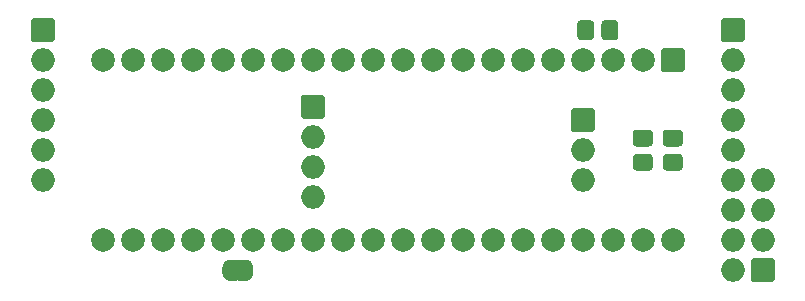
<source format=gbr>
%TF.GenerationSoftware,KiCad,Pcbnew,(5.1.9)-1*%
%TF.CreationDate,2021-04-08T22:41:19+01:00*%
%TF.ProjectId,FF OSD Adapter,4646204f-5344-4204-9164-61707465722e,rev?*%
%TF.SameCoordinates,Original*%
%TF.FileFunction,Soldermask,Bot*%
%TF.FilePolarity,Negative*%
%FSLAX46Y46*%
G04 Gerber Fmt 4.6, Leading zero omitted, Abs format (unit mm)*
G04 Created by KiCad (PCBNEW (5.1.9)-1) date 2021-04-08 22:41:19*
%MOMM*%
%LPD*%
G01*
G04 APERTURE LIST*
%ADD10O,2.000000X2.000000*%
%ADD11C,0.100000*%
%ADD12C,2.000000*%
G04 APERTURE END LIST*
D10*
%TO.C,CN4*%
X177800000Y-104140000D03*
X177800000Y-106680000D03*
X177800000Y-109220000D03*
G36*
G01*
X178800000Y-110910000D02*
X178800000Y-112610000D01*
G75*
G02*
X178650000Y-112760000I-150000J0D01*
G01*
X176950000Y-112760000D01*
G75*
G02*
X176800000Y-112610000I0J150000D01*
G01*
X176800000Y-110910000D01*
G75*
G02*
X176950000Y-110760000I150000J0D01*
G01*
X178650000Y-110760000D01*
G75*
G02*
X178800000Y-110910000I0J-150000D01*
G01*
G37*
%TD*%
%TO.C,CN2*%
X175260000Y-111760000D03*
X175260000Y-109220000D03*
X175260000Y-106680000D03*
X175260000Y-104140000D03*
X175260000Y-101600000D03*
X175260000Y-99060000D03*
X175260000Y-96520000D03*
X175260000Y-93980000D03*
G36*
G01*
X174260000Y-92290000D02*
X174260000Y-90590000D01*
G75*
G02*
X174410000Y-90440000I150000J0D01*
G01*
X176110000Y-90440000D01*
G75*
G02*
X176260000Y-90590000I0J-150000D01*
G01*
X176260000Y-92290000D01*
G75*
G02*
X176110000Y-92440000I-150000J0D01*
G01*
X174410000Y-92440000D01*
G75*
G02*
X174260000Y-92290000I0J150000D01*
G01*
G37*
%TD*%
%TO.C,CN3*%
X139700000Y-105537000D03*
X139700000Y-102997000D03*
X139700000Y-100457000D03*
G36*
G01*
X140700000Y-97067000D02*
X140700000Y-98767000D01*
G75*
G02*
X140550000Y-98917000I-150000J0D01*
G01*
X138850000Y-98917000D01*
G75*
G02*
X138700000Y-98767000I0J150000D01*
G01*
X138700000Y-97067000D01*
G75*
G02*
X138850000Y-96917000I150000J0D01*
G01*
X140550000Y-96917000D01*
G75*
G02*
X140700000Y-97067000I0J-150000D01*
G01*
G37*
%TD*%
D11*
%TO.C,JP1*%
G36*
X134006113Y-110860602D02*
G01*
X134024534Y-110860602D01*
X134039238Y-110861324D01*
X134088069Y-110866134D01*
X134102627Y-110868294D01*
X134150752Y-110877866D01*
X134165034Y-110881443D01*
X134211989Y-110895687D01*
X134225846Y-110900645D01*
X134271179Y-110919422D01*
X134284490Y-110925718D01*
X134327763Y-110948849D01*
X134340384Y-110956414D01*
X134381183Y-110983674D01*
X134393010Y-110992445D01*
X134430939Y-111023573D01*
X134441845Y-111033458D01*
X134476542Y-111068155D01*
X134486427Y-111079061D01*
X134517555Y-111116990D01*
X134526326Y-111128817D01*
X134553586Y-111169616D01*
X134561151Y-111182237D01*
X134584282Y-111225510D01*
X134590578Y-111238821D01*
X134609355Y-111284154D01*
X134614313Y-111298011D01*
X134628557Y-111344966D01*
X134632134Y-111359248D01*
X134641706Y-111407373D01*
X134643866Y-111421931D01*
X134648676Y-111470762D01*
X134649398Y-111485466D01*
X134649398Y-111503887D01*
X134650000Y-111510000D01*
X134650000Y-112010000D01*
X134649398Y-112016113D01*
X134649398Y-112034534D01*
X134648676Y-112049238D01*
X134643866Y-112098069D01*
X134641706Y-112112627D01*
X134632134Y-112160752D01*
X134628557Y-112175034D01*
X134614313Y-112221989D01*
X134609355Y-112235846D01*
X134590578Y-112281179D01*
X134584282Y-112294490D01*
X134561151Y-112337763D01*
X134553586Y-112350384D01*
X134526326Y-112391183D01*
X134517555Y-112403010D01*
X134486427Y-112440939D01*
X134476542Y-112451845D01*
X134441845Y-112486542D01*
X134430939Y-112496427D01*
X134393010Y-112527555D01*
X134381183Y-112536326D01*
X134340384Y-112563586D01*
X134327763Y-112571151D01*
X134284490Y-112594282D01*
X134271179Y-112600578D01*
X134225846Y-112619355D01*
X134211989Y-112624313D01*
X134165034Y-112638557D01*
X134150752Y-112642134D01*
X134102627Y-112651706D01*
X134088069Y-112653866D01*
X134039238Y-112658676D01*
X134024534Y-112659398D01*
X134006113Y-112659398D01*
X134000000Y-112660000D01*
X133500000Y-112660000D01*
X133470736Y-112657118D01*
X133442597Y-112648582D01*
X133416664Y-112634720D01*
X133393934Y-112616066D01*
X133375280Y-112593336D01*
X133361418Y-112567403D01*
X133352882Y-112539264D01*
X133350000Y-112510000D01*
X133350000Y-111010000D01*
X133352882Y-110980736D01*
X133361418Y-110952597D01*
X133375280Y-110926664D01*
X133393934Y-110903934D01*
X133416664Y-110885280D01*
X133442597Y-110871418D01*
X133470736Y-110862882D01*
X133500000Y-110860000D01*
X134000000Y-110860000D01*
X134006113Y-110860602D01*
G37*
G36*
X133229264Y-110862882D02*
G01*
X133257403Y-110871418D01*
X133283336Y-110885280D01*
X133306066Y-110903934D01*
X133324720Y-110926664D01*
X133338582Y-110952597D01*
X133347118Y-110980736D01*
X133350000Y-111010000D01*
X133350000Y-112510000D01*
X133347118Y-112539264D01*
X133338582Y-112567403D01*
X133324720Y-112593336D01*
X133306066Y-112616066D01*
X133283336Y-112634720D01*
X133257403Y-112648582D01*
X133229264Y-112657118D01*
X133200000Y-112660000D01*
X132700000Y-112660000D01*
X132693887Y-112659398D01*
X132675466Y-112659398D01*
X132660762Y-112658676D01*
X132611931Y-112653866D01*
X132597373Y-112651706D01*
X132549248Y-112642134D01*
X132534966Y-112638557D01*
X132488011Y-112624313D01*
X132474154Y-112619355D01*
X132428821Y-112600578D01*
X132415510Y-112594282D01*
X132372237Y-112571151D01*
X132359616Y-112563586D01*
X132318817Y-112536326D01*
X132306990Y-112527555D01*
X132269061Y-112496427D01*
X132258155Y-112486542D01*
X132223458Y-112451845D01*
X132213573Y-112440939D01*
X132182445Y-112403010D01*
X132173674Y-112391183D01*
X132146414Y-112350384D01*
X132138849Y-112337763D01*
X132115718Y-112294490D01*
X132109422Y-112281179D01*
X132090645Y-112235846D01*
X132085687Y-112221989D01*
X132071443Y-112175034D01*
X132067866Y-112160752D01*
X132058294Y-112112627D01*
X132056134Y-112098069D01*
X132051324Y-112049238D01*
X132050602Y-112034534D01*
X132050602Y-112016113D01*
X132050000Y-112010000D01*
X132050000Y-111510000D01*
X132050602Y-111503887D01*
X132050602Y-111485466D01*
X132051324Y-111470762D01*
X132056134Y-111421931D01*
X132058294Y-111407373D01*
X132067866Y-111359248D01*
X132071443Y-111344966D01*
X132085687Y-111298011D01*
X132090645Y-111284154D01*
X132109422Y-111238821D01*
X132115718Y-111225510D01*
X132138849Y-111182237D01*
X132146414Y-111169616D01*
X132173674Y-111128817D01*
X132182445Y-111116990D01*
X132213573Y-111079061D01*
X132223458Y-111068155D01*
X132258155Y-111033458D01*
X132269061Y-111023573D01*
X132306990Y-110992445D01*
X132318817Y-110983674D01*
X132359616Y-110956414D01*
X132372237Y-110948849D01*
X132415510Y-110925718D01*
X132428821Y-110919422D01*
X132474154Y-110900645D01*
X132488011Y-110895687D01*
X132534966Y-110881443D01*
X132549248Y-110877866D01*
X132597373Y-110868294D01*
X132611931Y-110866134D01*
X132660762Y-110861324D01*
X132675466Y-110860602D01*
X132693887Y-110860602D01*
X132700000Y-110860000D01*
X133200000Y-110860000D01*
X133229264Y-110862882D01*
G37*
%TD*%
D10*
%TO.C,JP2*%
X162560000Y-104140000D03*
X162560000Y-101600000D03*
G36*
G01*
X163560000Y-98210000D02*
X163560000Y-99910000D01*
G75*
G02*
X163410000Y-100060000I-150000J0D01*
G01*
X161710000Y-100060000D01*
G75*
G02*
X161560000Y-99910000I0J150000D01*
G01*
X161560000Y-98210000D01*
G75*
G02*
X161710000Y-98060000I150000J0D01*
G01*
X163410000Y-98060000D01*
G75*
G02*
X163560000Y-98210000I0J-150000D01*
G01*
G37*
%TD*%
%TO.C,R3*%
G36*
G01*
X164130000Y-91974784D02*
X164130000Y-90905216D01*
G75*
G02*
X164445216Y-90590000I315216J0D01*
G01*
X165264784Y-90590000D01*
G75*
G02*
X165580000Y-90905216I0J-315216D01*
G01*
X165580000Y-91974784D01*
G75*
G02*
X165264784Y-92290000I-315216J0D01*
G01*
X164445216Y-92290000D01*
G75*
G02*
X164130000Y-91974784I0J315216D01*
G01*
G37*
G36*
G01*
X162080000Y-91974784D02*
X162080000Y-90905216D01*
G75*
G02*
X162395216Y-90590000I315216J0D01*
G01*
X163214784Y-90590000D01*
G75*
G02*
X163530000Y-90905216I0J-315216D01*
G01*
X163530000Y-91974784D01*
G75*
G02*
X163214784Y-92290000I-315216J0D01*
G01*
X162395216Y-92290000D01*
G75*
G02*
X162080000Y-91974784I0J315216D01*
G01*
G37*
%TD*%
D12*
%TO.C,U1*%
X170180000Y-109220000D03*
G36*
G01*
X169330000Y-92980000D02*
X171030000Y-92980000D01*
G75*
G02*
X171180000Y-93130000I0J-150000D01*
G01*
X171180000Y-94830000D01*
G75*
G02*
X171030000Y-94980000I-150000J0D01*
G01*
X169330000Y-94980000D01*
G75*
G02*
X169180000Y-94830000I0J150000D01*
G01*
X169180000Y-93130000D01*
G75*
G02*
X169330000Y-92980000I150000J0D01*
G01*
G37*
X167640000Y-109220000D03*
X167640000Y-93980000D03*
X165100000Y-109220000D03*
X165100000Y-93980000D03*
X162560000Y-109220000D03*
X162560000Y-93980000D03*
X160020000Y-109220000D03*
X160020000Y-93980000D03*
X157480000Y-109220000D03*
X157480000Y-93980000D03*
X154940000Y-109220000D03*
X154940000Y-93980000D03*
X152400000Y-109220000D03*
X152400000Y-93980000D03*
X149860000Y-109220000D03*
X149860000Y-93980000D03*
X147320000Y-109220000D03*
X147320000Y-93980000D03*
X144780000Y-109220000D03*
X144780000Y-93980000D03*
X142240000Y-109220000D03*
X142240000Y-93980000D03*
X139700000Y-109220000D03*
X139700000Y-93980000D03*
X137160000Y-109220000D03*
X137160000Y-93980000D03*
X134620000Y-109220000D03*
X134620000Y-93980000D03*
X132080000Y-109220000D03*
X132080000Y-93980000D03*
X129540000Y-109220000D03*
X129540000Y-93980000D03*
X127000000Y-109220000D03*
X127000000Y-93980000D03*
X124460000Y-109220000D03*
X124460000Y-93980000D03*
X121920000Y-109220000D03*
X121920000Y-93980000D03*
%TD*%
%TO.C,R2*%
G36*
G01*
X167105216Y-101900000D02*
X168174784Y-101900000D01*
G75*
G02*
X168490000Y-102215216I0J-315216D01*
G01*
X168490000Y-103034784D01*
G75*
G02*
X168174784Y-103350000I-315216J0D01*
G01*
X167105216Y-103350000D01*
G75*
G02*
X166790000Y-103034784I0J315216D01*
G01*
X166790000Y-102215216D01*
G75*
G02*
X167105216Y-101900000I315216J0D01*
G01*
G37*
G36*
G01*
X167105216Y-99850000D02*
X168174784Y-99850000D01*
G75*
G02*
X168490000Y-100165216I0J-315216D01*
G01*
X168490000Y-100984784D01*
G75*
G02*
X168174784Y-101300000I-315216J0D01*
G01*
X167105216Y-101300000D01*
G75*
G02*
X166790000Y-100984784I0J315216D01*
G01*
X166790000Y-100165216D01*
G75*
G02*
X167105216Y-99850000I315216J0D01*
G01*
G37*
%TD*%
%TO.C,R1*%
G36*
G01*
X169645216Y-101900000D02*
X170714784Y-101900000D01*
G75*
G02*
X171030000Y-102215216I0J-315216D01*
G01*
X171030000Y-103034784D01*
G75*
G02*
X170714784Y-103350000I-315216J0D01*
G01*
X169645216Y-103350000D01*
G75*
G02*
X169330000Y-103034784I0J315216D01*
G01*
X169330000Y-102215216D01*
G75*
G02*
X169645216Y-101900000I315216J0D01*
G01*
G37*
G36*
G01*
X169645216Y-99850000D02*
X170714784Y-99850000D01*
G75*
G02*
X171030000Y-100165216I0J-315216D01*
G01*
X171030000Y-100984784D01*
G75*
G02*
X170714784Y-101300000I-315216J0D01*
G01*
X169645216Y-101300000D01*
G75*
G02*
X169330000Y-100984784I0J315216D01*
G01*
X169330000Y-100165216D01*
G75*
G02*
X169645216Y-99850000I315216J0D01*
G01*
G37*
%TD*%
D10*
%TO.C,CN1*%
X116840000Y-104140000D03*
X116840000Y-101600000D03*
X116840000Y-99060000D03*
X116840000Y-96520000D03*
X116840000Y-93980000D03*
G36*
G01*
X115840000Y-92290000D02*
X115840000Y-90590000D01*
G75*
G02*
X115990000Y-90440000I150000J0D01*
G01*
X117690000Y-90440000D01*
G75*
G02*
X117840000Y-90590000I0J-150000D01*
G01*
X117840000Y-92290000D01*
G75*
G02*
X117690000Y-92440000I-150000J0D01*
G01*
X115990000Y-92440000D01*
G75*
G02*
X115840000Y-92290000I0J150000D01*
G01*
G37*
%TD*%
M02*

</source>
